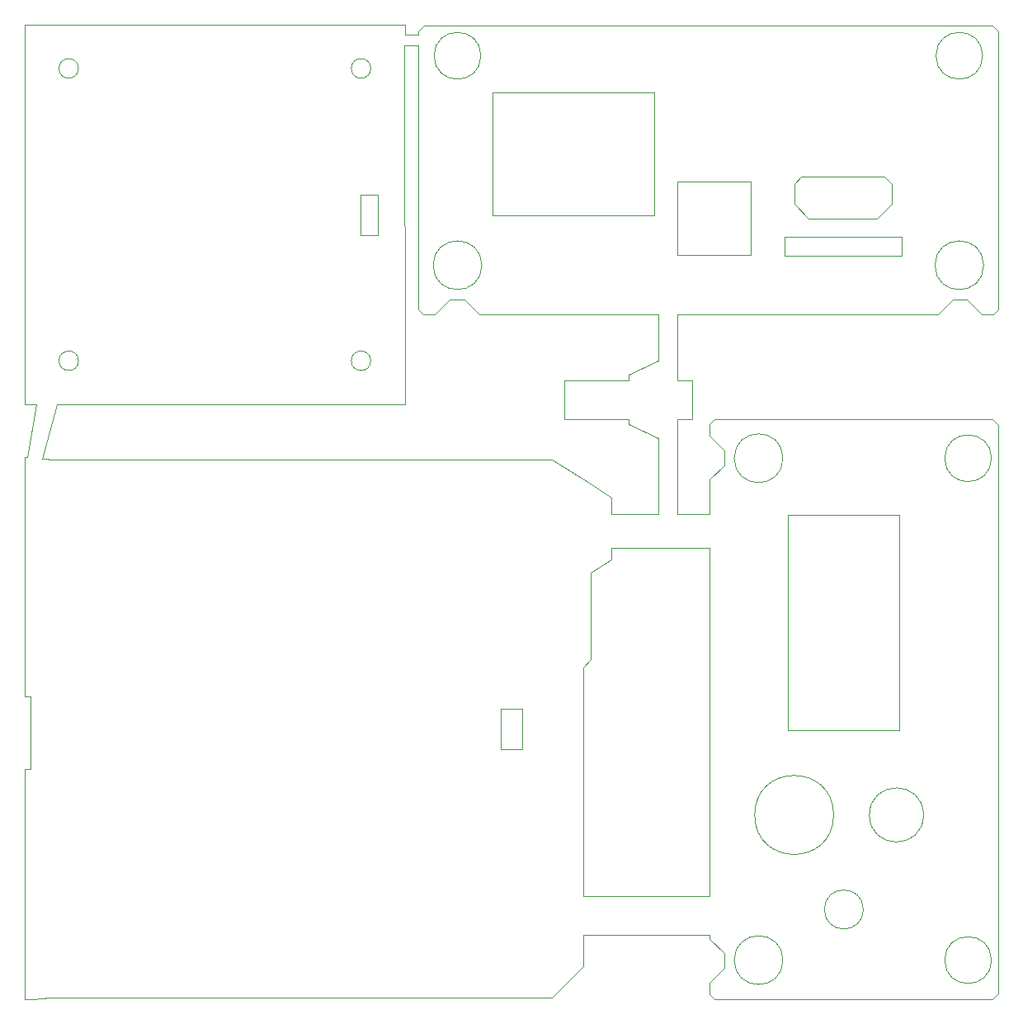
<source format=gbr>
G04 #@! TF.GenerationSoftware,KiCad,Pcbnew,7.0.1-0*
G04 #@! TF.CreationDate,2023-11-21T15:01:45-05:00*
G04 #@! TF.ProjectId,CosmicWatch,436f736d-6963-4576-9174-63682e6b6963,rev?*
G04 #@! TF.SameCoordinates,Original*
G04 #@! TF.FileFunction,Profile,NP*
%FSLAX46Y46*%
G04 Gerber Fmt 4.6, Leading zero omitted, Abs format (unit mm)*
G04 Created by KiCad (PCBNEW 7.0.1-0) date 2023-11-21 15:01:45*
%MOMM*%
%LPD*%
G01*
G04 APERTURE LIST*
G04 #@! TA.AperFunction,Profile*
%ADD10C,0.100000*%
G04 #@! TD*
G04 APERTURE END LIST*
D10*
X94175000Y-141775000D02*
X69025000Y-141775000D01*
X68325000Y-141775000D02*
X63675000Y-141775000D01*
X100675000Y-141775000D02*
X94175000Y-141775000D01*
X101625000Y-141775000D02*
X100675000Y-141775000D01*
X102325000Y-141775000D02*
X101675000Y-141775000D01*
X101675000Y-141775000D02*
X101625000Y-141775000D01*
X69025000Y-141775000D02*
X68325000Y-141775000D01*
X115575000Y-141775000D02*
X102325000Y-141775000D01*
X62675000Y-141925000D02*
X61525000Y-141925000D01*
X62925000Y-141825000D02*
X62675000Y-141925000D01*
X62925000Y-141825000D02*
X63575000Y-141825000D01*
X63575000Y-141825000D02*
X63675000Y-141775000D01*
X64145000Y-86575000D02*
X106725000Y-86575000D01*
X61525000Y-108425000D02*
X61525000Y-92325000D01*
X61525000Y-118325000D02*
X61525000Y-141925000D01*
X61525000Y-92325000D02*
X61525000Y-86325000D01*
X118800000Y-138550000D02*
X115575000Y-141775000D01*
X118800000Y-135375000D02*
X118800000Y-138550000D01*
X118800000Y-135375000D02*
X131825000Y-135375000D01*
X132325000Y-141925000D02*
X160825000Y-141925000D01*
X156675000Y-82425000D02*
X132325000Y-82425000D01*
X151225000Y-92225000D02*
X139825000Y-92225000D01*
X139825000Y-92225000D02*
X139825000Y-114325000D01*
X139825000Y-114325000D02*
X151225000Y-114325000D01*
X151225000Y-114325000D02*
X151225000Y-92225000D01*
X131825000Y-84125000D02*
X133325000Y-85625000D01*
X133325000Y-85625000D02*
X133325000Y-87125000D01*
X131825000Y-140225000D02*
X133325000Y-138725000D01*
X133325000Y-138725000D02*
X133325000Y-137225000D01*
X133325000Y-137225000D02*
X131825000Y-135725000D01*
X131825000Y-82925000D02*
X131825000Y-84125000D01*
X131825000Y-140225000D02*
X131825000Y-141425000D01*
X131825000Y-95625000D02*
X131825000Y-131375000D01*
X147575625Y-132725000D02*
G75*
G03*
X147575625Y-132725000I-2000625J0D01*
G01*
X160825000Y-82425000D02*
X161425000Y-83025000D01*
X160825000Y-141925000D02*
X161425000Y-141325000D01*
X131825000Y-82925000D02*
X132325000Y-82425000D01*
X132325000Y-141925000D02*
X131825000Y-141425000D01*
X115625000Y-86575000D02*
X106725000Y-86575000D01*
X110385000Y-112100000D02*
X112535000Y-112100000D01*
X153752139Y-123025000D02*
G75*
G03*
X153752139Y-123025000I-2777139J0D01*
G01*
X118800000Y-131375000D02*
X118800000Y-107875000D01*
X133325000Y-87125000D02*
X131825000Y-88625000D01*
X121675000Y-96775000D02*
X119625000Y-98175000D01*
X131825000Y-135375000D02*
X131825000Y-135725000D01*
X121675000Y-95625000D02*
X121675000Y-96775000D01*
X110385000Y-116250000D02*
X110385000Y-112100000D01*
X119425000Y-88975000D02*
X121675000Y-90425000D01*
X97025000Y-46425000D02*
G75*
G03*
X97025000Y-46425000I-1000000J0D01*
G01*
X67025000Y-76425000D02*
G75*
G03*
X67025000Y-76425000I-1000000J0D01*
G01*
X95975000Y-59350000D02*
X97775000Y-59350000D01*
X97775000Y-59350000D02*
X97775000Y-63500000D01*
X97775000Y-63500000D02*
X95975000Y-63500000D01*
X95975000Y-63500000D02*
X95975000Y-59350000D01*
X119425000Y-88975000D02*
X115625000Y-86575000D01*
X126500000Y-92175000D02*
X121900000Y-92175000D01*
X121675000Y-95625000D02*
X131825000Y-95625000D01*
X139325000Y-86425000D02*
G75*
G03*
X139325000Y-86425000I-2500000J0D01*
G01*
X160725000Y-86425000D02*
G75*
G03*
X160725000Y-86425000I-2400000J0D01*
G01*
X160725000Y-137925000D02*
G75*
G03*
X160725000Y-137925000I-2400000J0D01*
G01*
X139325000Y-137925000D02*
G75*
G03*
X139325000Y-137925000I-2500000J0D01*
G01*
X61525000Y-110825000D02*
X61525000Y-108425000D01*
X131825000Y-92175000D02*
X131825000Y-88625000D01*
X106625000Y-70125000D02*
X108125000Y-71625000D01*
X105125000Y-70125000D02*
X106625000Y-70125000D01*
X156725000Y-70125000D02*
X155225000Y-71625000D01*
X101925000Y-44095000D02*
X101925000Y-71125000D01*
X161425000Y-71125000D02*
X161425000Y-42625000D01*
X103625000Y-71625000D02*
X105125000Y-70125000D01*
X159725000Y-71625000D02*
X158225000Y-70125000D01*
X158225000Y-70125000D02*
X156725000Y-70125000D01*
X150475000Y-59225000D02*
X150475000Y-58275000D01*
X149725000Y-57525000D02*
X141225000Y-57525000D01*
X140475000Y-58275000D02*
X140475000Y-60325000D01*
X141975000Y-61825000D02*
X148975000Y-61825000D01*
X150475000Y-60325000D02*
X150475000Y-59225000D01*
X109525000Y-61525000D02*
X126125000Y-61525000D01*
X126125000Y-48925000D02*
X109525000Y-48925000D01*
X109525000Y-48925000D02*
X109525000Y-61525000D01*
X155025000Y-71625000D02*
X128500000Y-71625000D01*
X155225000Y-71625000D02*
X155025000Y-71625000D01*
X126125000Y-61525000D02*
X126125000Y-48925000D01*
X108125000Y-71625000D02*
X126500000Y-71625000D01*
X160925000Y-71625000D02*
X161425000Y-71125000D01*
X101925000Y-71125000D02*
X102425000Y-71625000D01*
X151475000Y-63675000D02*
X151475000Y-65625000D01*
X151475000Y-65625000D02*
X139475000Y-65625000D01*
X139475000Y-65625000D02*
X139475000Y-63675000D01*
X139475000Y-63675000D02*
X151475000Y-63675000D01*
X101925000Y-42625000D02*
X102525000Y-42025000D01*
X161425000Y-42625000D02*
X160825000Y-42025000D01*
X102525000Y-42025000D02*
X160825000Y-42025000D01*
X141975000Y-61825000D02*
X140475000Y-60325000D01*
X148975000Y-61825000D02*
X150475000Y-60325000D01*
X150475000Y-58275000D02*
X149725000Y-57525000D01*
X140475000Y-58275000D02*
X141225000Y-57525000D01*
X159725000Y-71625000D02*
X160925000Y-71625000D01*
X108325000Y-45125000D02*
G75*
G03*
X108325000Y-45125000I-2400000J0D01*
G01*
X108425000Y-66625000D02*
G75*
G03*
X108425000Y-66625000I-2500000J0D01*
G01*
X159925000Y-66625000D02*
G75*
G03*
X159925000Y-66625000I-2500000J0D01*
G01*
X159825000Y-45125000D02*
G75*
G03*
X159825000Y-45125000I-2400000J0D01*
G01*
X136025000Y-65575000D02*
X128475000Y-65575000D01*
X136025000Y-58075000D02*
X136025000Y-65575000D01*
X136025000Y-58075000D02*
X128475000Y-58075000D01*
X128475000Y-65575000D02*
X128475000Y-58075000D01*
X61775000Y-86325000D02*
X62735000Y-80925000D01*
X116900000Y-82400000D02*
X123500000Y-82400000D01*
X128500000Y-78400000D02*
X128500000Y-71625000D01*
X128500000Y-92175000D02*
X128500000Y-82400000D01*
X128500000Y-82400000D02*
X129975000Y-82400000D01*
X123500000Y-78400000D02*
X123500000Y-77875000D01*
X128500000Y-78400000D02*
X129975000Y-78400000D01*
X123500000Y-78400000D02*
X116875000Y-78400000D01*
X61525000Y-110825000D02*
X62075000Y-110825000D01*
X97025000Y-76425000D02*
G75*
G03*
X97025000Y-76425000I-1000000J0D01*
G01*
X123500000Y-82925000D02*
X126500000Y-84400000D01*
X160675000Y-82425000D02*
X160825000Y-82425000D01*
X116875000Y-78400000D02*
X116875000Y-82400000D01*
X69020023Y-41923630D02*
X100525000Y-41925000D01*
X120175000Y-131355000D02*
X118800000Y-131375000D01*
X119625000Y-98175000D02*
X119625000Y-107025000D01*
X100525000Y-80925000D02*
X100495000Y-44095000D01*
X112535000Y-112100000D02*
X112535000Y-116250000D01*
X126500000Y-76400000D02*
X126500000Y-71625000D01*
X126500000Y-92175000D02*
X126500000Y-84400000D01*
X100525000Y-42925000D02*
X100525000Y-41925000D01*
X100525000Y-80925000D02*
X64785000Y-80925000D01*
X63255000Y-86465000D02*
X64785000Y-80925000D01*
X67025000Y-46425000D02*
G75*
G03*
X67025000Y-46425000I-1000000J0D01*
G01*
X62075000Y-118325000D02*
X61525000Y-118325000D01*
X123500000Y-82400000D02*
X123500000Y-82925000D01*
X63825000Y-86455000D02*
X63255000Y-86465000D01*
X121675000Y-92175000D02*
X121900000Y-92175000D01*
X100495000Y-44095000D02*
X101925000Y-44095000D01*
X62075000Y-110825000D02*
X62075000Y-118325000D01*
X116875000Y-82400000D02*
X116900000Y-82400000D01*
X121675000Y-90425000D02*
X121675000Y-92175000D01*
X156675000Y-82425000D02*
X160675000Y-82425000D01*
X61525000Y-41925000D02*
X61525000Y-80925000D01*
X129975000Y-78400000D02*
X129975000Y-82400000D01*
X161425000Y-83025000D02*
X161425000Y-141325000D01*
X144525309Y-123025000D02*
G75*
G03*
X144525309Y-123025000I-4050309J0D01*
G01*
X64145000Y-86575000D02*
X63825000Y-86455000D01*
X128500000Y-92175000D02*
X131825000Y-92175000D01*
X112535000Y-116250000D02*
X110385000Y-116250000D01*
X120175000Y-131355000D02*
X131825000Y-131375000D01*
X103625000Y-71625000D02*
X102425000Y-71625000D01*
X119625000Y-107025000D02*
X118800000Y-107875000D01*
X69020023Y-41923630D02*
X61525000Y-41925000D01*
X123500000Y-77875000D02*
X126500000Y-76400000D01*
X62735000Y-80925000D02*
X61525000Y-80925000D01*
X101925000Y-42625000D02*
X101925000Y-42925000D01*
X61775000Y-86325000D02*
X61525000Y-86325000D01*
X100525000Y-42925000D02*
X101925000Y-42925000D01*
M02*

</source>
